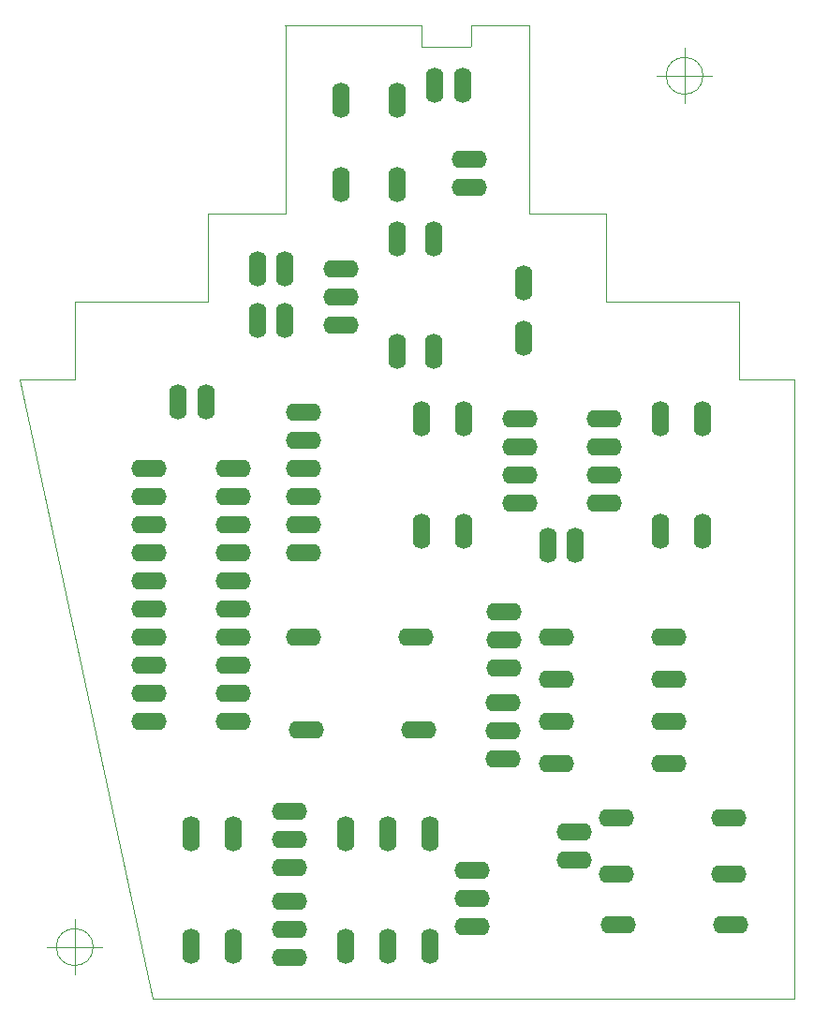
<source format=gbr>
%TF.GenerationSoftware,KiCad,Pcbnew,4.0.7-e2-6376~58~ubuntu16.04.1*%
%TF.CreationDate,2019-01-22T10:52:45+01:00*%
%TF.ProjectId,nikobus,6E696B6F6275732E6B696361645F7063,rev?*%
%TF.FileFunction,Soldermask,Top*%
%FSLAX46Y46*%
G04 Gerber Fmt 4.6, Leading zero omitted, Abs format (unit mm)*
G04 Created by KiCad (PCBNEW 4.0.7-e2-6376~58~ubuntu16.04.1) date Tue Jan 22 10:52:45 2019*
%MOMM*%
%LPD*%
G01*
G04 APERTURE LIST*
%ADD10C,0.100000*%
%ADD11O,3.200000X1.600000*%
%ADD12O,1.600000X3.200000*%
G04 APERTURE END LIST*
D10*
X112268000Y-40005000D02*
X99949000Y-40005000D01*
X116713000Y-41910000D02*
X112268000Y-41910000D01*
X116840000Y-40005000D02*
X121920000Y-40005000D01*
X137737666Y-44561000D02*
G75*
G03X137737666Y-44561000I-1666666J0D01*
G01*
X133571000Y-44561000D02*
X138571000Y-44561000D01*
X136071000Y-42061000D02*
X136071000Y-47061000D01*
X82619666Y-123301000D02*
G75*
G03X82619666Y-123301000I-1666666J0D01*
G01*
X78453000Y-123301000D02*
X83453000Y-123301000D01*
X80953000Y-120801000D02*
X80953000Y-125801000D01*
X116767000Y-41894000D02*
X116767000Y-39989000D01*
X112322000Y-39989000D02*
X112322000Y-41894000D01*
X129000000Y-57000000D02*
X122000000Y-57000000D01*
X129000000Y-58000000D02*
X129000000Y-57000000D01*
X129000000Y-65000000D02*
X129000000Y-58000000D01*
X134000000Y-65000000D02*
X129000000Y-65000000D01*
X146000000Y-128000000D02*
X88000000Y-128000000D01*
X146000000Y-72000000D02*
X146000000Y-128000000D01*
X88000000Y-128000000D02*
X76000000Y-72000000D01*
X100000000Y-57000000D02*
X100000000Y-40000000D01*
X93000000Y-57000000D02*
X100000000Y-57000000D01*
X93000000Y-65000000D02*
X93000000Y-57000000D01*
X81000000Y-65000000D02*
X93000000Y-65000000D01*
X81000000Y-72000000D02*
X81000000Y-65000000D01*
X76000000Y-72000000D02*
X81000000Y-72000000D01*
X122000000Y-57000000D02*
X122000000Y-40000000D01*
X141000000Y-65000000D02*
X134000000Y-65000000D01*
X141000000Y-72000000D02*
X141000000Y-65000000D01*
X146000000Y-72000000D02*
X141000000Y-72000000D01*
D11*
X140208000Y-121285000D03*
X130048000Y-121285000D03*
D12*
X116005000Y-45450000D03*
X113465000Y-45450000D03*
X105410000Y-123190000D03*
X105410000Y-113030000D03*
D11*
X116840000Y-121412000D03*
X116840000Y-118872000D03*
X116840000Y-116332000D03*
D12*
X113030000Y-113030000D03*
X113030000Y-123190000D03*
X109220000Y-113030000D03*
X109220000Y-123190000D03*
X95250000Y-113030000D03*
X95250000Y-123190000D03*
X91440000Y-113030000D03*
X91440000Y-123190000D03*
X90297000Y-74041000D03*
X92797000Y-74041000D03*
D11*
X101600000Y-74930000D03*
X101600000Y-77470000D03*
X101600000Y-80010000D03*
X101600000Y-82550000D03*
X101600000Y-85090000D03*
X101600000Y-87630000D03*
X87630000Y-80010000D03*
X95250000Y-102870000D03*
X87630000Y-82550000D03*
X95250000Y-100330000D03*
X87630000Y-85090000D03*
X95250000Y-97790000D03*
X87630000Y-87630000D03*
X95250000Y-95250000D03*
X87630000Y-90170000D03*
X95250000Y-92710000D03*
X87630000Y-92710000D03*
X95250000Y-90170000D03*
X87630000Y-95250000D03*
X95250000Y-87630000D03*
X87630000Y-97790000D03*
X95250000Y-85090000D03*
X87630000Y-100330000D03*
X95250000Y-82550000D03*
X87630000Y-102870000D03*
X95250000Y-80010000D03*
X116640000Y-54610000D03*
X116640000Y-52070000D03*
D12*
X99949000Y-61976000D03*
X97449000Y-61976000D03*
X99949000Y-66675000D03*
X97449000Y-66675000D03*
X133858000Y-85725000D03*
X133858000Y-75565000D03*
X112268000Y-75565000D03*
X112268000Y-85725000D03*
D11*
X126111000Y-115443000D03*
X126111000Y-112903000D03*
X101600000Y-95250000D03*
X111760000Y-95250000D03*
X101854000Y-103632000D03*
X112014000Y-103632000D03*
X134620000Y-95250000D03*
X124460000Y-95250000D03*
X134620000Y-106680000D03*
X124460000Y-106680000D03*
X129921000Y-111633000D03*
X140081000Y-111633000D03*
X140081000Y-116713000D03*
X129921000Y-116713000D03*
D12*
X113411000Y-69469000D03*
X113411000Y-59309000D03*
X137668000Y-75565000D03*
X137668000Y-85725000D03*
D11*
X128778000Y-83185000D03*
X121158000Y-75565000D03*
X128778000Y-80645000D03*
X121158000Y-78105000D03*
X128778000Y-78105000D03*
X121158000Y-80645000D03*
X128778000Y-75565000D03*
X121158000Y-83185000D03*
D12*
X121539000Y-63246000D03*
X121539000Y-68246000D03*
X123698000Y-86995000D03*
X126198000Y-86995000D03*
X105029000Y-46736000D03*
X110109000Y-54356000D03*
X110109000Y-46736000D03*
X105029000Y-54356000D03*
D11*
X124460000Y-99060000D03*
X134620000Y-99060000D03*
X124460000Y-102870000D03*
X134620000Y-102870000D03*
D12*
X116078000Y-85725000D03*
X116078000Y-75565000D03*
X110109000Y-59309000D03*
X110109000Y-69469000D03*
D11*
X105029000Y-64516000D03*
X105029000Y-61976000D03*
X105029000Y-67056000D03*
X100330000Y-121666000D03*
X100330000Y-124206000D03*
X100330000Y-119126000D03*
X100330000Y-113538000D03*
X100330000Y-116078000D03*
X100330000Y-110998000D03*
X119761000Y-95504000D03*
X119761000Y-92964000D03*
X119761000Y-98044000D03*
X119634000Y-103759000D03*
X119634000Y-101219000D03*
X119634000Y-106299000D03*
M02*

</source>
